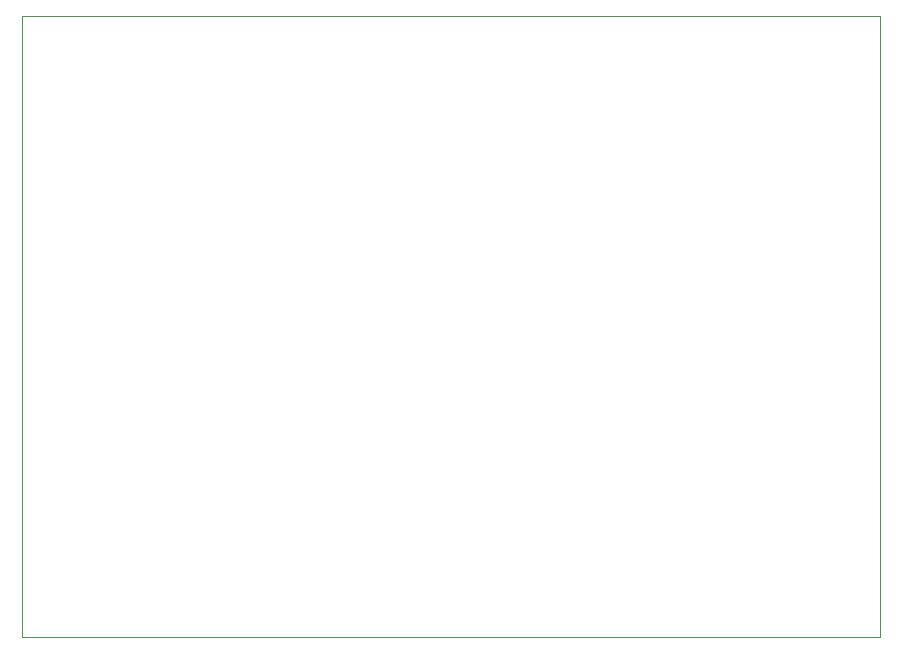
<source format=gbr>
%TF.GenerationSoftware,KiCad,Pcbnew,(6.0.0-0)*%
%TF.CreationDate,2022-10-19T23:32:28-04:00*%
%TF.ProjectId,new-interrupt-handler,6e65772d-696e-4746-9572-727570742d68,rev?*%
%TF.SameCoordinates,Original*%
%TF.FileFunction,Profile,NP*%
%FSLAX46Y46*%
G04 Gerber Fmt 4.6, Leading zero omitted, Abs format (unit mm)*
G04 Created by KiCad (PCBNEW (6.0.0-0)) date 2022-10-19 23:32:28*
%MOMM*%
%LPD*%
G01*
G04 APERTURE LIST*
%TA.AperFunction,Profile*%
%ADD10C,0.100000*%
%TD*%
G04 APERTURE END LIST*
D10*
X155024000Y-76206000D02*
X82352000Y-76206000D01*
X82352000Y-76206000D02*
X82352000Y-128798000D01*
X82352000Y-128798000D02*
X155024000Y-128798000D01*
X155024000Y-128798000D02*
X155024000Y-76206000D01*
M02*

</source>
